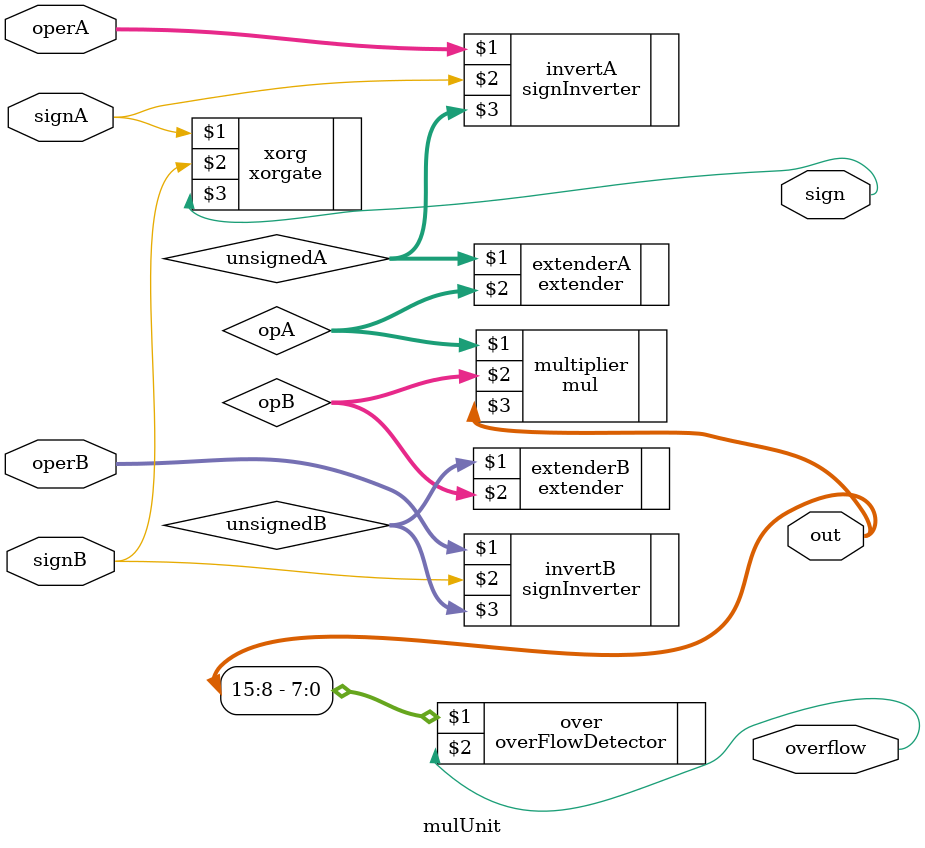
<source format=sv>
module mulUnit(input logic  [7:0] operA,operB,input logic signA,signB,output logic [15:0] out,output logic overflow,sign);

logic [7:0] unsignedA;
logic [7:0] unsignedB;
logic [15:0] multiplierOut;
logic [14:0] opA ;
logic [14:0] opB ;


signInverter invertA(operA,signA,unsignedA);

signInverter invertB(operB,signB,unsignedB);

extender extenderA(unsignedA,opA);

extender extenderB(unsignedB,opB);

mul multiplier(opA,opB,out);

overFlowDetector over(out[15:8],overflow);

xorgate xorg(signA,signB,sign);
 
endmodule 
</source>
